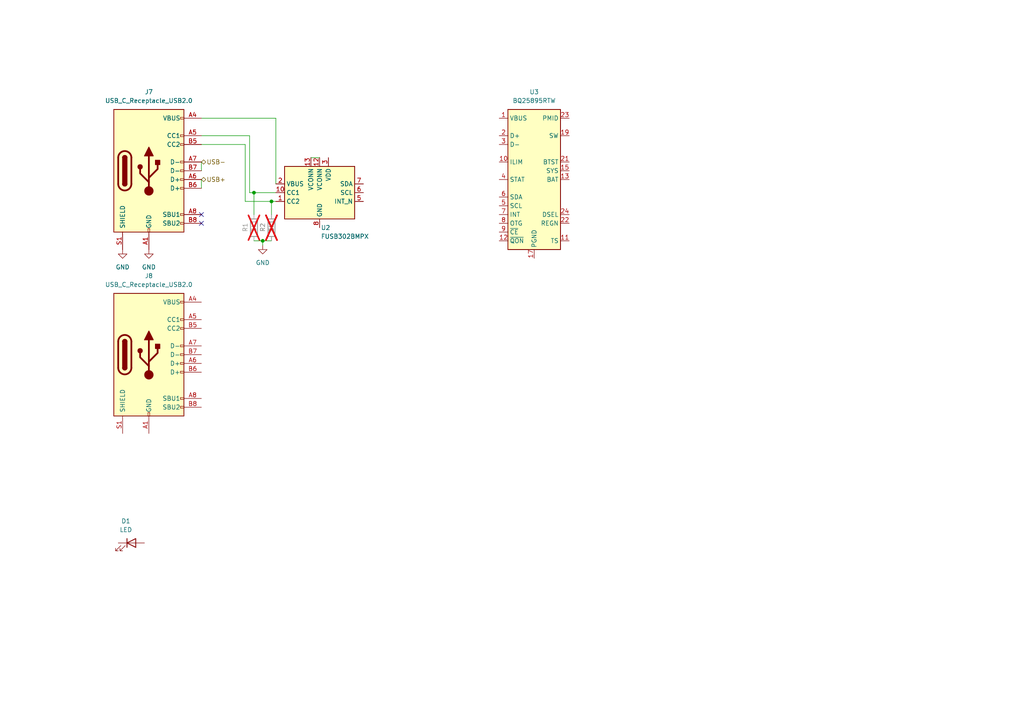
<source format=kicad_sch>
(kicad_sch (version 20230121) (generator eeschema)
  (paper "A4")
  (lib_symbols
    (symbol "Battery_Management:BQ25895RTW"
      (property "Reference" "U" (at -5.08 22.86 0))
      (property "Value" "BQ25895RTW" (at 5.08 22.86 0))
      (symbol "BQ25895RTW_0_1"
        (rectangle (start -7.62 20.32) (end 7.62 -20.32) (stroke (width 0.254)) (fill (type background)))
      )
      (symbol "BQ25895RTW_1_1"
        (pin power_in line (at -10.16 17.78 0) (length 2.54) (name "VBUS") (number "1"))
        (pin passive line (at -10.16 5.08 0) (length 2.54) (name "ILIM") (number "10"))
        (pin passive line (at 10.16 -17.78 180) (length 2.54) (name "TS") (number "11"))
        (pin input line (at -10.16 -17.78 0) (length 2.54) (name "~{QON}") (number "12"))
        (pin passive line (at 10.16 0 180) (length 2.54) (name "BAT") (number "13"))
        (pin passive line (at 10.16 0 180) (length 2.54) hide (name "BAT") (number "14"))
        (pin passive line (at 10.16 2.54 180) (length 2.54) (name "SYS") (number "15"))
        (pin passive line (at 10.16 2.54 180) (length 2.54) hide (name "SYS") (number "16"))
        (pin power_in line (at 0 -22.86 90) (length 2.54) (name "PGND") (number "17"))
        (pin passive line (at 0 -22.86 90) (length 2.54) hide (name "PGND") (number "18"))
        (pin power_out line (at 10.16 12.7 180) (length 2.54) (name "SW") (number "19"))
        (pin bidirectional line (at -10.16 12.7 0) (length 2.54) (name "D+") (number "2"))
        (pin passive line (at 10.16 12.7 180) (length 2.54) hide (name "SW") (number "20"))
        (pin passive line (at 10.16 5.08 180) (length 2.54) (name "BTST") (number "21"))
        (pin passive line (at 10.16 -12.7 180) (length 2.54) (name "REGN") (number "22"))
        (pin power_out line (at 10.16 17.78 180) (length 2.54) (name "PMID") (number "23"))
        (pin open_collector line (at 10.16 -10.16 180) (length 2.54) (name "DSEL") (number "24"))
        (pin passive line (at 0 -22.86 90) (length 2.54) hide (name "PGND") (number "25"))
        (pin bidirectional line (at -10.16 10.16 0) (length 2.54) (name "D-") (number "3"))
        (pin open_collector line (at -10.16 0 0) (length 2.54) (name "STAT") (number "4"))
        (pin input line (at -10.16 -7.62 0) (length 2.54) (name "SCL") (number "5"))
        (pin bidirectional line (at -10.16 -5.08 0) (length 2.54) (name "SDA") (number "6"))
        (pin open_collector line (at -10.16 -10.16 0) (length 2.54) (name "INT") (number "7"))
        (pin input line (at -10.16 -12.7 0) (length 2.54) (name "OTG") (number "8"))
        (pin input line (at -10.16 -15.24 0) (length 2.54) (name "~{CE}") (number "9"))
      )
    )
    (symbol "Connector:USB_C_Receptacle_USB2.0" (pin_names (offset 1.016))
      (property "Reference" "J" (at -10.16 19.05 0))
      (property "Value" "USB_C_Receptacle_USB2.0" (at 19.05 19.05 0))
      (symbol "USB_C_Receptacle_USB2.0_0_0"
        (rectangle (start -0.254 -17.78) (end 0.254 -16.764))
        (rectangle (start 10.16 -14.986) (end 9.144 -15.494))
        (rectangle (start 10.16 -12.446) (end 9.144 -12.954))
        (rectangle (start 10.16 -4.826) (end 9.144 -5.334))
        (rectangle (start 10.16 -2.286) (end 9.144 -2.794))
        (rectangle (start 10.16 0.254) (end 9.144 -0.254))
        (rectangle (start 10.16 2.794) (end 9.144 2.286))
        (rectangle (start 10.16 7.874) (end 9.144 7.366))
        (rectangle (start 10.16 10.414) (end 9.144 9.906))
        (rectangle (start 10.16 15.494) (end 9.144 14.986))
      )
      (symbol "USB_C_Receptacle_USB2.0_0_1"
        (rectangle (start -10.16 17.78) (end 10.16 -17.78) (stroke (width 0.254)) (fill (type background)))
        (arc (start -8.89 -3.81) (mid -6.985 -5.7067) (end -5.08 -3.81) (stroke (width 0.508)))
        (arc (start -7.62 -3.81) (mid -6.985 -4.4423) (end -6.35 -3.81) (stroke (width 0.254)))
        (arc (start -7.62 -3.81) (mid -6.985 -4.4423) (end -6.35 -3.81) (stroke (width 0.254)) (fill (type outline)))
        (rectangle (start -7.62 -3.81) (end -6.35 3.81) (stroke (width 0.254)) (fill (type outline)))
        (arc (start -6.35 3.81) (mid -6.985 4.4423) (end -7.62 3.81) (stroke (width 0.254)))
        (arc (start -6.35 3.81) (mid -6.985 4.4423) (end -7.62 3.81) (stroke (width 0.254)) (fill (type outline)))
        (arc (start -5.08 3.81) (mid -6.985 5.7067) (end -8.89 3.81) (stroke (width 0.508)))
        (circle (center -2.54 1.143) (radius 0.635) (stroke (width 0.254)) (fill (type outline)))
        (circle (center 0 -5.842) (radius 1.27) (fill (type outline)))
        (polyline (pts (xy -8.89 -3.81) (xy -8.89 3.81)) (stroke (width 0.508)))
        (polyline (pts (xy -5.08 3.81) (xy -5.08 -3.81)) (stroke (width 0.508)))
        (polyline (pts (xy 0 -5.842) (xy 0 4.318)) (stroke (width 0.508)))
        (polyline (pts (xy 0 -3.302) (xy -2.54 -0.762) (xy -2.54 0.508)) (stroke (width 0.508)))
        (polyline (pts (xy 0 -2.032) (xy 2.54 0.508) (xy 2.54 1.778)) (stroke (width 0.508)))
        (polyline (pts (xy -1.27 4.318) (xy 0 6.858) (xy 1.27 4.318) (xy -1.27 4.318)) (stroke (width 0.254)) (fill (type outline)))
        (rectangle (start 1.905 1.778) (end 3.175 3.048) (stroke (width 0.254)) (fill (type outline)))
      )
      (symbol "USB_C_Receptacle_USB2.0_1_1"
        (pin passive line (at 0 -22.86 90) (length 5.08) (name "GND") (number "A1"))
        (pin passive line (at 0 -22.86 90) (length 5.08) hide (name "GND") (number "A12"))
        (pin passive line (at 15.24 15.24 180) (length 5.08) (name "VBUS") (number "A4"))
        (pin bidirectional line (at 15.24 10.16 180) (length 5.08) (name "CC1") (number "A5"))
        (pin bidirectional line (at 15.24 -2.54 180) (length 5.08) (name "D+") (number "A6"))
        (pin bidirectional line (at 15.24 2.54 180) (length 5.08) (name "D-") (number "A7"))
        (pin bidirectional line (at 15.24 -12.7 180) (length 5.08) (name "SBU1") (number "A8"))
        (pin passive line (at 15.24 15.24 180) (length 5.08) hide (name "VBUS") (number "A9"))
        (pin passive line (at 0 -22.86 90) (length 5.08) hide (name "GND") (number "B1"))
        (pin passive line (at 0 -22.86 90) (length 5.08) hide (name "GND") (number "B12"))
        (pin passive line (at 15.24 15.24 180) (length 5.08) hide (name "VBUS") (number "B4"))
        (pin bidirectional line (at 15.24 7.62 180) (length 5.08) (name "CC2") (number "B5"))
        (pin bidirectional line (at 15.24 -5.08 180) (length 5.08) (name "D+") (number "B6"))
        (pin bidirectional line (at 15.24 0 180) (length 5.08) (name "D-") (number "B7"))
        (pin bidirectional line (at 15.24 -15.24 180) (length 5.08) (name "SBU2") (number "B8"))
        (pin passive line (at 15.24 15.24 180) (length 5.08) hide (name "VBUS") (number "B9"))
        (pin passive line (at -7.62 -22.86 90) (length 5.08) (name "SHIELD") (number "S1"))
      )
    )
    (symbol "Device:LED" (pin_numbers hide) (pin_names (offset 1.016) hide)
      (property "Reference" "D" (at 0 2.54 0))
      (property "Value" "LED" (at 0 -2.54 0))
      (symbol "LED_0_1"
        (polyline (pts (xy -1.27 -1.27) (xy -1.27 1.27)) (stroke (width 0.254)))
        (polyline (pts (xy -1.27 0) (xy 1.27 0)))
        (polyline (pts (xy 1.27 -1.27) (xy 1.27 1.27) (xy -1.27 0) (xy 1.27 -1.27)) (stroke (width 0.254)))
        (polyline (pts (xy -3.048 -0.762) (xy -4.572 -2.286) (xy -3.81 -2.286) (xy -4.572 -2.286) (xy -4.572 -1.524)))
        (polyline (pts (xy -1.778 -0.762) (xy -3.302 -2.286) (xy -2.54 -2.286) (xy -3.302 -2.286) (xy -3.302 -1.524)))
      )
      (symbol "LED_1_1"
        (pin passive line (at -3.81 0 0) (length 2.54) (name "K") (number "1"))
        (pin passive line (at 3.81 0 180) (length 2.54) (name "A") (number "2"))
      )
    )
    (symbol "Device:R" (pin_numbers hide) (pin_names (offset 0))
      (property "Reference" "R" (at 2.032 0 90))
      (property "Value" "R" (at 0 0 90))
      (symbol "R_0_1"
        (rectangle (start -1.016 -2.54) (end 1.016 2.54) (stroke (width 0.254)))
      )
      (symbol "R_1_1"
        (pin passive line (at 0 3.81 270) (length 1.27) (name "~") (number "1"))
        (pin passive line (at 0 -3.81 90) (length 1.27) (name "~") (number "2"))
      )
    )
    (symbol "Interface_USB:FUSB302BMPX"
      (property "Reference" "U" (at -10.16 8.89 0))
      (property "Value" "FUSB302BMPX" (at 3.81 8.89 0))
      (symbol "FUSB302BMPX_0_1"
        (rectangle (start -10.16 7.62) (end 10.16 -7.62) (stroke (width 0.254)) (fill (type background)))
      )
      (symbol "FUSB302BMPX_1_1"
        (pin bidirectional line (at 12.7 -2.54 180) (length 2.54) (name "CC2") (number "1"))
        (pin bidirectional line (at 12.7 0 180) (length 2.54) (name "CC1") (number "10"))
        (pin bidirectional line (at 12.7 0 180) (length 2.54) hide (name "CC1") (number "11"))
        (pin power_in line (at 0 10.16 270) (length 2.54) (name "VCONN") (number "12"))
        (pin power_in line (at 2.54 10.16 270) (length 2.54) (name "VCONN") (number "13"))
        (pin bidirectional line (at 12.7 -2.54 180) (length 2.54) hide (name "CC2") (number "14"))
        (pin passive line (at 0 -10.16 90) (length 2.54) hide (name "GND") (number "15"))
        (pin input line (at 12.7 2.54 180) (length 2.54) (name "VBUS") (number "2"))
        (pin power_in line (at -2.54 10.16 270) (length 2.54) (name "VDD") (number "3"))
        (pin passive line (at -2.54 10.16 270) (length 2.54) hide (name "VDD") (number "4"))
        (pin open_collector line (at -12.7 -2.54 0) (length 2.54) (name "INT_N") (number "5"))
        (pin input line (at -12.7 0 0) (length 2.54) (name "SCL") (number "6"))
        (pin bidirectional line (at -12.7 2.54 0) (length 2.54) (name "SDA") (number "7"))
        (pin power_in line (at 0 -10.16 90) (length 2.54) (name "GND") (number "8"))
        (pin passive line (at 0 -10.16 90) (length 2.54) hide (name "GND") (number "9"))
      )
    )
    (symbol "power:GND" (power) (pin_names (offset 0))
      (property "Value" "GND" (at 0 -3.81 0))
      (symbol "GND_0_1"
        (polyline (pts (xy 0 0) (xy 0 -1.27) (xy 1.27 -1.27) (xy 0 -2.54) (xy -1.27 -1.27) (xy 0 -1.27)))
      )
      (symbol "GND_1_1"
        (pin power_in line (at 0 0 270) (length 0) hide (name "GND") (number "1"))
      )
    )
  )
  (junction (at 76.2 69.85))
  (junction (at 73.66 55.88))
  (junction (at 78.74 58.42))
  (no_connect (at 58.42 64.77))
  (no_connect (at 58.42 62.23))
  (wire (pts (xy 73.66 69.85) (xy 76.2 69.85)))
  (wire (pts (xy 78.74 58.42) (xy 80.01 58.42)))
  (wire (pts (xy 80.01 55.88) (xy 73.66 55.88)))
  (wire (pts (xy 72.39 39.37) (xy 58.42 39.37)))
  (wire (pts (xy 76.2 69.85) (xy 78.74 69.85)))
  (wire (pts (xy 76.2 69.85) (xy 76.2 71.12)))
  (wire (pts (xy 72.39 55.88) (xy 72.39 39.37)))
  (wire (pts (xy 80.01 34.29) (xy 80.01 53.34)))
  (wire (pts (xy 58.42 46.99) (xy 58.42 49.53)))
  (wire (pts (xy 71.12 41.91) (xy 71.12 58.42)))
  (wire (pts (xy 73.66 55.88) (xy 72.39 55.88)))
  (wire (pts (xy 90.17 45.72) (xy 92.71 45.72)))
  (wire (pts (xy 58.42 34.29) (xy 80.01 34.29)))
  (wire (pts (xy 78.74 58.42) (xy 78.74 62.23)))
  (wire (pts (xy 58.42 41.91) (xy 71.12 41.91)))
  (wire (pts (xy 71.12 58.42) (xy 78.74 58.42)))
  (wire (pts (xy 73.66 55.88) (xy 73.66 62.23)))
  (wire (pts (xy 58.42 52.07) (xy 58.42 54.61)))
  (hierarchical_label "USB-" (shape bidirectional) (at 58.42 46.99 0))
  (hierarchical_label "USB+" (shape bidirectional) (at 58.42 52.07 0))
  (symbol (lib_id "Device:LED") (at 38.1 157.48 0) (unit 1)
    (property "Reference" "D1" (at 36.5125 151.13 0))
    (property "Value" "LED" (at 36.5125 153.67 0))
    (property "Footprint" "LED_SMD:LED_0603_1608Metric" (effects hide))
  )
  (symbol (lib_id "power:GND") (at 35.56 72.39 0) (unit 1)
    (property "Reference" "#PWR09" (effects hide))
    (property "Value" "GND" (at 35.56 77.47 0))
  )
  (symbol (lib_id "Connector:USB_C_Receptacle_USB2.0") (at 43.18 49.53 0) (unit 1)
    (property "Reference" "J7" (at 43.18 26.67 0))
    (property "Value" "USB_C_Receptacle_USB2.0" (at 43.18 29.21 0))
    (property "Footprint" "nodular:USB_C_Receptacle_SHOUHAN_TYPE-C_16P_CB1.6_073" (effects hide))
    (property "Datasheet" "https://www.usb.org/sites/default/files/documents/usb_type-c.zip" (effects hide))
  )
  (symbol (lib_id "Connector:USB_C_Receptacle_USB2.0") (at 43.18 102.87 0) (unit 1)
    (property "Reference" "J8" (at 43.18 80.01 0))
    (property "Value" "USB_C_Receptacle_USB2.0" (at 43.18 82.55 0))
    (property "Footprint" "nodular:USB_C_Receptacle_SHOUHAN_TYPE-C_16P_CB1.6_073" (effects hide))
    (property "Datasheet" "https://www.usb.org/sites/default/files/documents/usb_type-c.zip" (effects hide))
  )
  (symbol (lib_id "power:GND") (at 43.18 72.39 0) (unit 1)
    (property "Reference" "#PWR08" (effects hide))
    (property "Value" "GND" (at 43.18 77.47 0))
  )
  (symbol (lib_id "Interface_USB:FUSB302BMPX") (at 92.71 55.88 0) (mirror y) (unit 1)
    (property "Reference" "U2" (at 93.0559 66.04 0) (effects (justify right)))
    (property "Value" "FUSB302BMPX" (at 93.0559 68.58 0) (effects (justify right)))
    (property "Footprint" "Package_DFN_QFN:WQFN-14-1EP_2.5x2.5mm_P0.5mm_EP1.45x1.45mm" (effects hide))
    (property "Datasheet" "http://www.onsemi.com/pub/Collateral/FUSB302B-D.PDF" (effects hide))
  )
  (symbol (lib_id "Battery_Management:BQ25895RTW") (at 154.94 52.07 0) (unit 1)
    (property "Reference" "U3" (at 154.94 26.67 0))
    (property "Value" "BQ25895RTW" (at 154.94 29.21 0))
    (property "Footprint" "Package_DFN_QFN:Texas_S-PWQFN-N24_EP2.7x2.7mm_ThermalVias" (effects hide))
    (property "Datasheet" "http://www.ti.com/lit/ds/symlink/bq25895.pdf" (effects hide))
  )
  (symbol (lib_id "Device:R") (at 73.66 66.04 0) (unit 1) (dnp yes)
    (property "Reference" "R1" (at 71.12 67.31 90) (effects (justify left)))
    (property "Value" "5k1" (at 73.66 67.31 90) (effects (justify left)))
    (property "Footprint" "Resistor_SMD:R_0402_1005Metric" (effects hide))
  )
  (symbol (lib_id "power:GND") (at 76.2 71.12 0) (unit 1)
    (property "Reference" "#PWR010" (effects hide))
    (property "Value" "GND" (at 76.2 76.2 0))
  )
  (symbol (lib_id "Device:R") (at 78.74 66.04 0) (unit 1) (dnp yes)
    (property "Reference" "R2" (at 76.2 67.31 90) (effects (justify left)))
    (property "Value" "5k1" (at 78.74 67.31 90) (effects (justify left)))
    (property "Footprint" "Resistor_SMD:R_0402_1005Metric" (effects hide))
  )
)
</source>
